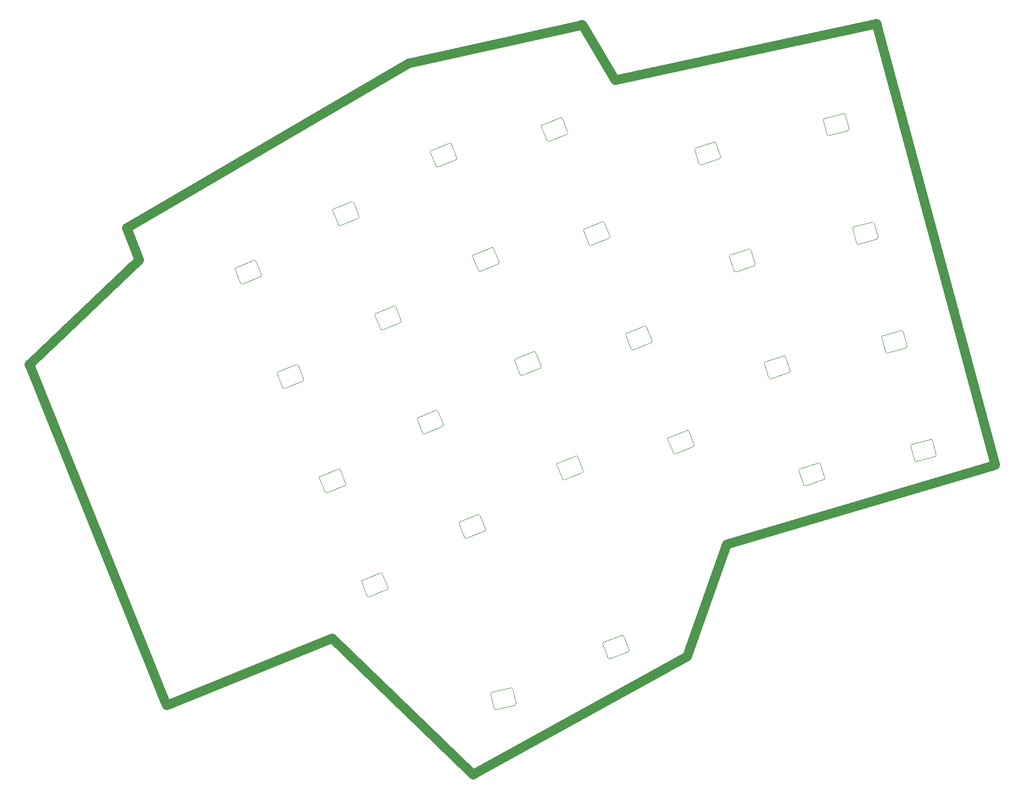
<source format=gbr>
%TF.GenerationSoftware,KiCad,Pcbnew,9.0.5*%
%TF.CreationDate,2025-10-09T16:26:15-06:00*%
%TF.ProjectId,ergo-kola (another copy),6572676f-2d6b-46f6-9c61-2028616e6f74,rev?*%
%TF.SameCoordinates,Original*%
%TF.FileFunction,Profile,NP*%
%FSLAX46Y46*%
G04 Gerber Fmt 4.6, Leading zero omitted, Abs format (unit mm)*
G04 Created by KiCad (PCBNEW 9.0.5) date 2025-10-09 16:26:15*
%MOMM*%
%LPD*%
G01*
G04 APERTURE LIST*
%TA.AperFunction,Profile*%
%ADD10C,1.587499*%
%TD*%
%TA.AperFunction,Profile*%
%ADD11C,0.120000*%
%TD*%
G04 APERTURE END LIST*
D10*
X350439565Y-26672870D02*
X370151021Y-99962493D01*
X370352101Y-100709937D01*
X369608632Y-100929550D01*
X324886098Y-114176170D01*
X318274159Y-132845176D01*
X318173604Y-133129074D01*
X317909047Y-133274856D01*
X282454884Y-152854019D01*
X281941319Y-153137649D01*
X281519567Y-152729934D01*
X258078023Y-130069961D01*
X230775395Y-141121078D01*
X230038289Y-141419258D01*
X229741139Y-140681869D01*
X206986974Y-84193328D01*
X206785634Y-83693000D01*
X207176427Y-83321262D01*
X225439549Y-65964862D01*
X223522923Y-61172729D01*
X223268651Y-60537731D01*
X223859471Y-60192714D01*
X270955297Y-32675967D01*
X271062718Y-32613181D01*
X271184163Y-32586300D01*
X299890920Y-26236302D01*
X300454488Y-26112054D01*
X300745503Y-26607190D01*
X306010732Y-35507220D01*
X349505574Y-26103204D01*
X350243794Y-25943610D01*
X350439565Y-26672870D01*
D11*
%TO.C,L38*%
X356185805Y-97219996D02*
X359469952Y-96340011D01*
X356717313Y-99976352D02*
X356044383Y-97464945D01*
X359714901Y-96481432D02*
X360387831Y-98992839D01*
X360246409Y-99237788D02*
X356962262Y-100117773D01*
X356044383Y-97464945D02*
G75*
G02*
X356185805Y-97219996I193185J51764D01*
G01*
X356962262Y-100117773D02*
G75*
G02*
X356717313Y-99976352I-51764J193185D01*
G01*
X359469952Y-96340011D02*
G75*
G02*
X359714901Y-96481432I51763J-193186D01*
G01*
X360387831Y-98992839D02*
G75*
G02*
X360246409Y-99237788I-193187J-51763D01*
G01*
%TO.C,L24*%
X307875336Y-78409042D02*
X311027760Y-77135380D01*
X308738797Y-81080079D02*
X307764820Y-78669401D01*
X311288119Y-77245895D02*
X312262096Y-79656573D01*
X312151580Y-79916932D02*
X308999156Y-81190594D01*
X307764820Y-78669401D02*
G75*
G02*
X307875336Y-78409042I185437J74922D01*
G01*
X308999156Y-81190594D02*
G75*
G02*
X308738797Y-81080079I-74922J185437D01*
G01*
X311027760Y-77135380D02*
G75*
G02*
X311288118Y-77245895I74921J-185438D01*
G01*
X312262096Y-79656573D02*
G75*
G02*
X312151580Y-79916932I-185438J-74921D01*
G01*
%TO.C,L10*%
X258277118Y-57355840D02*
X261429542Y-56082178D01*
X259140579Y-60026877D02*
X258166602Y-57616199D01*
X261689901Y-56192693D02*
X262663878Y-58603371D01*
X262553362Y-58863730D02*
X259400938Y-60137392D01*
X258166602Y-57616199D02*
G75*
G02*
X258277118Y-57355840I185437J74922D01*
G01*
X259400938Y-60137392D02*
G75*
G02*
X259140579Y-60026877I-74922J185437D01*
G01*
X261429542Y-56082178D02*
G75*
G02*
X261689900Y-56192693I74921J-185438D01*
G01*
X262663878Y-58603371D02*
G75*
G02*
X262553362Y-58863730I-185438J-74921D01*
G01*
%TO.C,L36*%
X315011599Y-96071898D02*
X318164023Y-94798236D01*
X315875060Y-98742935D02*
X314901083Y-96332257D01*
X318424382Y-94908751D02*
X319398359Y-97319429D01*
X319287843Y-97579788D02*
X316135419Y-98853450D01*
X314901083Y-96332257D02*
G75*
G02*
X315011599Y-96071898I185437J74922D01*
G01*
X316135419Y-98853450D02*
G75*
G02*
X315875060Y-98742935I-74922J185437D01*
G01*
X318164023Y-94798236D02*
G75*
G02*
X318424381Y-94908751I74921J-185438D01*
G01*
X319398359Y-97319429D02*
G75*
G02*
X319287843Y-97579788I-185438J-74921D01*
G01*
%TO.C,L18*%
X325454556Y-65127654D02*
X328688149Y-64076996D01*
X326129593Y-67852416D02*
X325326149Y-65379669D01*
X328940163Y-64205404D02*
X329743607Y-66678151D01*
X329615200Y-66930166D02*
X326381607Y-67980824D01*
X325326149Y-65379669D02*
G75*
G02*
X325454556Y-65127654I190211J61804D01*
G01*
X326381607Y-67980824D02*
G75*
G02*
X326129592Y-67852416I-61803J190212D01*
G01*
X328688149Y-64076996D02*
G75*
G02*
X328940163Y-64205404I61802J-190213D01*
G01*
X329743607Y-66678151D02*
G75*
G02*
X329615200Y-66930165I-190212J-61803D01*
G01*
%TO.C,L2*%
X341394299Y-42017325D02*
X344678446Y-41137340D01*
X341925807Y-44773681D02*
X341252877Y-42262274D01*
X344923395Y-41278761D02*
X345596325Y-43790168D01*
X345454903Y-44035117D02*
X342170756Y-44915102D01*
X341252877Y-42262274D02*
G75*
G02*
X341394299Y-42017325I193185J51764D01*
G01*
X342170756Y-44915102D02*
G75*
G02*
X341925807Y-44773681I-51764J193185D01*
G01*
X344678446Y-41137340D02*
G75*
G02*
X344923395Y-41278761I51763J-193186D01*
G01*
X345596325Y-43790168D02*
G75*
G02*
X345454903Y-44035117I-193187J-51763D01*
G01*
%TO.C,L52*%
X285066100Y-139232969D02*
X288378959Y-138468135D01*
X285501089Y-142006195D02*
X284916217Y-139472833D01*
X288618823Y-138618019D02*
X289203695Y-141151381D01*
X289053812Y-141391245D02*
X285740953Y-142156079D01*
X284916217Y-139472833D02*
G75*
G02*
X285066100Y-139232969I194874J44990D01*
G01*
X285740953Y-142156079D02*
G75*
G02*
X285501089Y-142006195I-44990J194874D01*
G01*
X288378959Y-138468135D02*
G75*
G02*
X288618823Y-138618019I44990J-194874D01*
G01*
X289203695Y-141151381D02*
G75*
G02*
X289053812Y-141391246I-194875J-44990D01*
G01*
%TO.C,L8*%
X274813204Y-47430714D02*
X277965628Y-46157052D01*
X275676665Y-50101751D02*
X274702688Y-47691073D01*
X278225987Y-46267567D02*
X279199964Y-48678245D01*
X279089448Y-48938604D02*
X275937024Y-50212266D01*
X274702688Y-47691073D02*
G75*
G02*
X274813204Y-47430714I185437J74922D01*
G01*
X275937024Y-50212266D02*
G75*
G02*
X275676665Y-50101751I-74922J185437D01*
G01*
X277965628Y-46157052D02*
G75*
G02*
X278225986Y-46267567I74921J-185438D01*
G01*
X279199964Y-48678245D02*
G75*
G02*
X279089448Y-48938604I-185438J-74921D01*
G01*
%TO.C,L34*%
X272549644Y-92681550D02*
X275702068Y-91407888D01*
X273413105Y-95352587D02*
X272439128Y-92941909D01*
X275962427Y-91518403D02*
X276936404Y-93929081D01*
X276825888Y-94189440D02*
X273673464Y-95463102D01*
X272439128Y-92941909D02*
G75*
G02*
X272549644Y-92681550I185437J74922D01*
G01*
X273673464Y-95463102D02*
G75*
G02*
X273413105Y-95352587I-74922J185437D01*
G01*
X275702068Y-91407888D02*
G75*
G02*
X275962426Y-91518403I74921J-185438D01*
G01*
X276936404Y-93929081D02*
G75*
G02*
X276825888Y-94189440I-185438J-74921D01*
G01*
%TO.C,L48*%
X263149822Y-120269532D02*
X266302247Y-118995870D01*
X264013283Y-122940569D02*
X263039306Y-120529891D01*
X266562605Y-119106385D02*
X267536582Y-121517063D01*
X267426066Y-121777422D02*
X264273641Y-123051084D01*
X263039306Y-120529891D02*
G75*
G02*
X263149822Y-120269532I185437J74922D01*
G01*
X264273641Y-123051084D02*
G75*
G02*
X264013283Y-122940569I-74921J185437D01*
G01*
X266302247Y-118995870D02*
G75*
G02*
X266562604Y-119106385I74919J-185441D01*
G01*
X267536582Y-121517063D02*
G75*
G02*
X267426066Y-121777422I-185438J-74921D01*
G01*
%TO.C,L42*%
X337228103Y-101362907D02*
X340461696Y-100312249D01*
X337903140Y-104087669D02*
X337099696Y-101614922D01*
X340713710Y-100440657D02*
X341517154Y-102913404D01*
X341388747Y-103165419D02*
X338155154Y-104216077D01*
X337099696Y-101614922D02*
G75*
G02*
X337228103Y-101362907I190211J61804D01*
G01*
X338155154Y-104216077D02*
G75*
G02*
X337903139Y-104087669I-61803J190212D01*
G01*
X340461696Y-100312249D02*
G75*
G02*
X340713710Y-100440657I61802J-190213D01*
G01*
X341517154Y-102913404D02*
G75*
G02*
X341388747Y-103165418I-190212J-61803D01*
G01*
%TO.C,L46*%
X279685889Y-110344405D02*
X282838313Y-109070743D01*
X280549350Y-113015442D02*
X279575373Y-110604764D01*
X283098672Y-109181258D02*
X284072649Y-111591936D01*
X283962133Y-111852295D02*
X280809709Y-113125957D01*
X279575373Y-110604764D02*
G75*
G02*
X279685889Y-110344405I185437J74922D01*
G01*
X280809709Y-113125957D02*
G75*
G02*
X280549350Y-113015442I-74922J185437D01*
G01*
X282838313Y-109070743D02*
G75*
G02*
X283098671Y-109181258I74921J-185438D01*
G01*
X284072649Y-111591936D02*
G75*
G02*
X283962133Y-111852295I-185438J-74921D01*
G01*
%TO.C,L16*%
X281949467Y-65093569D02*
X285101891Y-63819907D01*
X282812928Y-67764606D02*
X281838951Y-65353928D01*
X285362250Y-63930422D02*
X286336227Y-66341100D01*
X286225711Y-66601459D02*
X283073287Y-67875121D01*
X281838951Y-65353928D02*
G75*
G02*
X281949467Y-65093569I185437J74922D01*
G01*
X283073287Y-67875121D02*
G75*
G02*
X282812928Y-67764606I-74922J185437D01*
G01*
X285101891Y-63819907D02*
G75*
G02*
X285362249Y-63930422I74921J-185438D01*
G01*
X286336227Y-66341100D02*
G75*
G02*
X286225711Y-66601459I-185438J-74921D01*
G01*
%TO.C,L20*%
X241741051Y-67280966D02*
X244893476Y-66007304D01*
X242604512Y-69952003D02*
X241630535Y-67541325D01*
X245153834Y-66117819D02*
X246127811Y-68528497D01*
X246017295Y-68788856D02*
X242864870Y-70062518D01*
X241630535Y-67541325D02*
G75*
G02*
X241741051Y-67280966I185437J74922D01*
G01*
X242864870Y-70062518D02*
G75*
G02*
X242604512Y-69952003I-74921J185437D01*
G01*
X244893476Y-66007304D02*
G75*
G02*
X245153833Y-66117819I74919J-185441D01*
G01*
X246127811Y-68528497D02*
G75*
G02*
X246017295Y-68788856I-185438J-74921D01*
G01*
%TO.C,L6*%
X319567782Y-47010037D02*
X322801375Y-45959379D01*
X320242819Y-49734799D02*
X319439375Y-47262052D01*
X323053389Y-46087787D02*
X323856833Y-48560534D01*
X323728426Y-48812549D02*
X320494833Y-49863207D01*
X319439375Y-47262052D02*
G75*
G02*
X319567782Y-47010037I190211J61804D01*
G01*
X320494833Y-49863207D02*
G75*
G02*
X320242818Y-49734799I-61803J190212D01*
G01*
X322801375Y-45959379D02*
G75*
G02*
X323053389Y-46087787I61802J-190213D01*
G01*
X323856833Y-48560534D02*
G75*
G02*
X323728426Y-48812548I-190212J-61803D01*
G01*
%TO.C,L12*%
X346324801Y-60418215D02*
X349608948Y-59538230D01*
X346856309Y-63174571D02*
X346183379Y-60663164D01*
X349853897Y-59679651D02*
X350526827Y-62191058D01*
X350385405Y-62436007D02*
X347101258Y-63315992D01*
X346183379Y-60663164D02*
G75*
G02*
X346324801Y-60418215I193185J51764D01*
G01*
X347101258Y-63315992D02*
G75*
G02*
X346856309Y-63174571I-51764J193185D01*
G01*
X349608948Y-59538230D02*
G75*
G02*
X349853897Y-59679651I51763J-193186D01*
G01*
X350526827Y-62191058D02*
G75*
G02*
X350385405Y-62436007I-193187J-51763D01*
G01*
%TO.C,L50*%
X304008255Y-130729618D02*
X307203210Y-129566750D01*
X304777973Y-133429162D02*
X303888721Y-130985961D01*
X307459553Y-129686284D02*
X308348805Y-132129485D01*
X308229271Y-132385828D02*
X305034316Y-133548696D01*
X303888721Y-130985961D02*
G75*
G02*
X304008255Y-130729619I187938J68404D01*
G01*
X305034316Y-133548696D02*
G75*
G02*
X304777974Y-133429162I-68404J187938D01*
G01*
X307203210Y-129566750D02*
G75*
G02*
X307459553Y-129686284I68404J-187940D01*
G01*
X308348805Y-132129485D02*
G75*
G02*
X308229271Y-132385827I-187942J-68402D01*
G01*
%TO.C,L28*%
X289085711Y-82756424D02*
X292238135Y-81482762D01*
X289949172Y-85427461D02*
X288975195Y-83016783D01*
X292498494Y-81593277D02*
X293472471Y-84003955D01*
X293361955Y-84264314D02*
X290209531Y-85537976D01*
X288975195Y-83016783D02*
G75*
G02*
X289085711Y-82756424I185437J74922D01*
G01*
X290209531Y-85537976D02*
G75*
G02*
X289949172Y-85427461I-74922J185437D01*
G01*
X292238135Y-81482762D02*
G75*
G02*
X292498493Y-81593277I74921J-185438D01*
G01*
X293472471Y-84003955D02*
G75*
G02*
X293361955Y-84264314I-185438J-74921D01*
G01*
%TO.C,L44*%
X256013559Y-102606676D02*
X259165984Y-101333014D01*
X256877020Y-105277713D02*
X255903043Y-102867035D01*
X259426342Y-101443529D02*
X260400319Y-103854207D01*
X260289803Y-104114566D02*
X257137378Y-105388228D01*
X255903043Y-102867035D02*
G75*
G02*
X256013559Y-102606676I185437J74922D01*
G01*
X257137378Y-105388228D02*
G75*
G02*
X256877020Y-105277713I-74921J185437D01*
G01*
X259165984Y-101333014D02*
G75*
G02*
X259426341Y-101443529I74919J-185441D01*
G01*
X260400319Y-103854207D02*
G75*
G02*
X260289803Y-104114566I-185438J-74921D01*
G01*
%TO.C,L4*%
X293602828Y-43083332D02*
X296755252Y-41809670D01*
X294466289Y-45754369D02*
X293492312Y-43343691D01*
X297015611Y-41920185D02*
X297989588Y-44330863D01*
X297879072Y-44591222D02*
X294726648Y-45864884D01*
X293492312Y-43343691D02*
G75*
G02*
X293602828Y-43083332I185437J74922D01*
G01*
X294726648Y-45864884D02*
G75*
G02*
X294466289Y-45754369I-74922J185437D01*
G01*
X296755252Y-41809670D02*
G75*
G02*
X297015610Y-41920185I74921J-185438D01*
G01*
X297989588Y-44330863D02*
G75*
G02*
X297879072Y-44591222I-185438J-74921D01*
G01*
%TO.C,L40*%
X296221975Y-100419279D02*
X299374399Y-99145617D01*
X297085436Y-103090316D02*
X296111459Y-100679638D01*
X299634758Y-99256132D02*
X300608735Y-101666810D01*
X300498219Y-101927169D02*
X297345795Y-103200831D01*
X296111459Y-100679638D02*
G75*
G02*
X296221975Y-100419279I185437J74922D01*
G01*
X297345795Y-103200831D02*
G75*
G02*
X297085436Y-103090316I-74922J185437D01*
G01*
X299374399Y-99145617D02*
G75*
G02*
X299634757Y-99256132I74921J-185438D01*
G01*
X300608735Y-101666810D02*
G75*
G02*
X300498219Y-101927169I-185438J-74921D01*
G01*
%TO.C,L32*%
X248877314Y-84943821D02*
X252029739Y-83670159D01*
X249740775Y-87614858D02*
X248766798Y-85204180D01*
X252290097Y-83780674D02*
X253264074Y-86191352D01*
X253153558Y-86451711D02*
X250001133Y-87725373D01*
X248766798Y-85204180D02*
G75*
G02*
X248877314Y-84943821I185437J74922D01*
G01*
X250001133Y-87725373D02*
G75*
G02*
X249740775Y-87614858I-74921J185437D01*
G01*
X252029739Y-83670159D02*
G75*
G02*
X252290096Y-83780674I74919J-185441D01*
G01*
X253264074Y-86191352D02*
G75*
G02*
X253153558Y-86451711I-185438J-74921D01*
G01*
%TO.C,L26*%
X351255303Y-78819105D02*
X354539450Y-77939120D01*
X351786811Y-81575461D02*
X351113881Y-79064054D01*
X354784399Y-78080541D02*
X355457329Y-80591948D01*
X355315907Y-80836897D02*
X352031760Y-81716882D01*
X351113881Y-79064054D02*
G75*
G02*
X351255303Y-78819105I193185J51764D01*
G01*
X352031760Y-81716882D02*
G75*
G02*
X351786811Y-81575461I-51764J193185D01*
G01*
X354539450Y-77939120D02*
G75*
G02*
X354784399Y-78080541I51763J-193186D01*
G01*
X355457329Y-80591948D02*
G75*
G02*
X355315907Y-80836897I-193187J-51763D01*
G01*
%TO.C,L30*%
X331341330Y-83245290D02*
X334574923Y-82194632D01*
X332016367Y-85970052D02*
X331212923Y-83497305D01*
X334826937Y-82323040D02*
X335630381Y-84795787D01*
X335501974Y-85047802D02*
X332268381Y-86098460D01*
X331212923Y-83497305D02*
G75*
G02*
X331341330Y-83245290I190211J61804D01*
G01*
X332268381Y-86098460D02*
G75*
G02*
X332016366Y-85970052I-61803J190212D01*
G01*
X334574923Y-82194632D02*
G75*
G02*
X334826937Y-82323040I61802J-190213D01*
G01*
X335630381Y-84795787D02*
G75*
G02*
X335501974Y-85047801I-190212J-61803D01*
G01*
%TO.C,L14*%
X300739091Y-60746187D02*
X303891515Y-59472525D01*
X301602552Y-63417224D02*
X300628575Y-61006546D01*
X304151874Y-59583040D02*
X305125851Y-61993718D01*
X305015335Y-62254077D02*
X301862911Y-63527739D01*
X300628575Y-61006546D02*
G75*
G02*
X300739091Y-60746187I185437J74922D01*
G01*
X301862911Y-63527739D02*
G75*
G02*
X301602552Y-63417224I-74922J185437D01*
G01*
X303891515Y-59472525D02*
G75*
G02*
X304151873Y-59583040I74921J-185438D01*
G01*
X305125851Y-61993718D02*
G75*
G02*
X305015335Y-62254077I-185438J-74921D01*
G01*
%TO.C,L22*%
X265413381Y-75018695D02*
X268565805Y-73745033D01*
X266276842Y-77689732D02*
X265302865Y-75279054D01*
X268826164Y-73855548D02*
X269800141Y-76266226D01*
X269689625Y-76526585D02*
X266537201Y-77800247D01*
X265302865Y-75279054D02*
G75*
G02*
X265413381Y-75018695I185437J74922D01*
G01*
X266537201Y-77800247D02*
G75*
G02*
X266276842Y-77689732I-74922J185437D01*
G01*
X268565805Y-73745033D02*
G75*
G02*
X268826163Y-73855548I74921J-185438D01*
G01*
X269800141Y-76266226D02*
G75*
G02*
X269689625Y-76526585I-185438J-74921D01*
G01*
%TD*%
M02*

</source>
